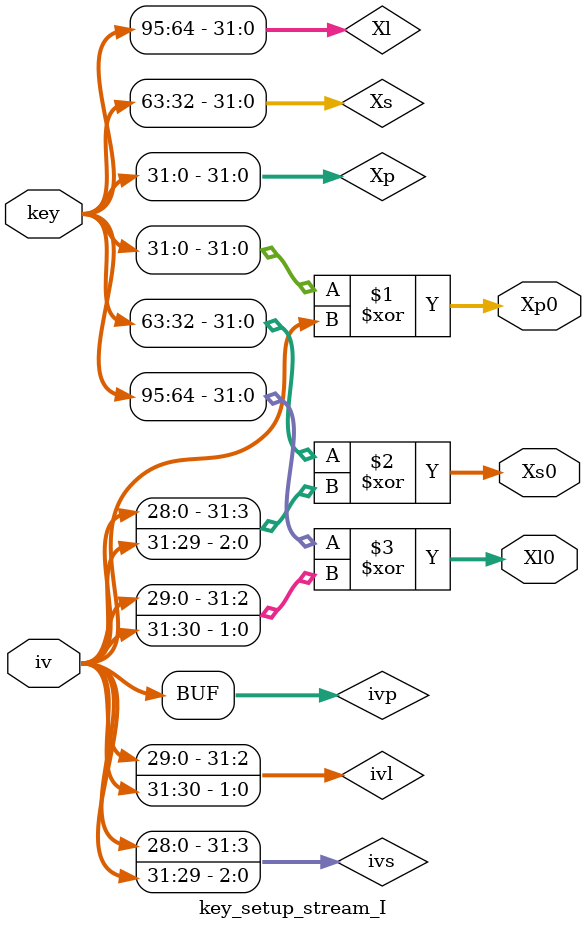
<source format=v>
module key_setup_stream_I(key,iv,Xp0,Xs0,Xl0);

input [31:0]iv;
input [188:0]key;
output [31:0]Xp0;
output [31:0]Xs0;
output [31:0]Xl0;

wire [31:0] Xp,Xs,Xl,ivp,ivs,ivl;

assign Xp=key[31:0];
assign Xs=key[63:32];
assign Xl=key[95:64];

assign ivp=iv;
assign ivs={{iv[28:0]},{iv[31:29]}};
assign ivl={{iv[29:0]},{iv[31:30]}};

assign Xp0=Xp^ivp;
assign Xs0=Xs^ivs;
assign Xl0=Xl^ivl;

endmodule

</source>
